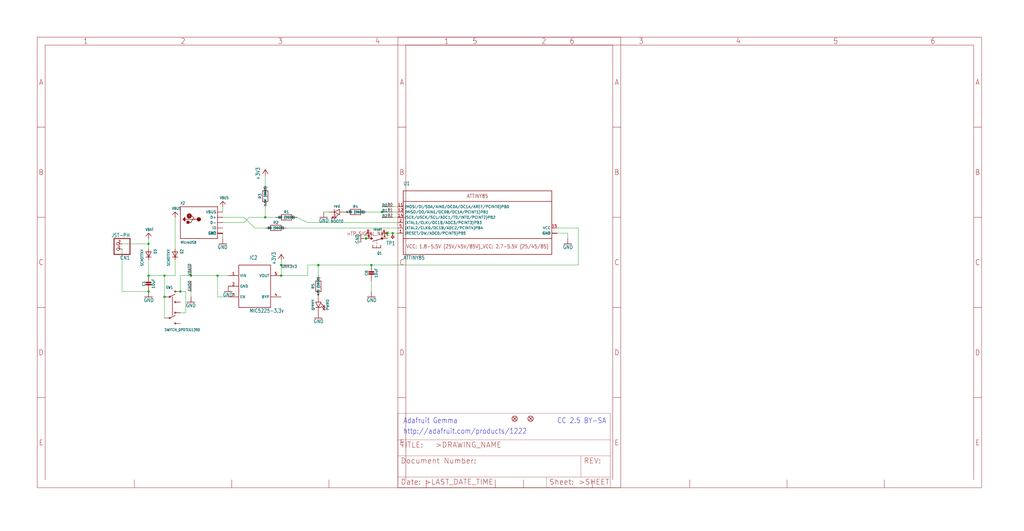
<source format=kicad_sch>
(kicad_sch (version 20211123) (generator eeschema)
  (paper "User" 490.22 254.406)
  (lib_symbols
    (symbol "eagleSchem-eagle-import:+3V3" (power)
      (property "Value" "+3V3" (at -2.54 -5.08 90))
      (symbol "+3V3_1_0"
        (polyline (pts (xy 0 0) (xy -1.27 -1.905)) (stroke (width 0.254)))
        (polyline (pts (xy 1.27 -1.905) (xy 0 0)) (stroke (width 0.254)))
        (pin power_in line (at 0 -2.54 90) (length 2.54) (name "+3V3") (number "1"))
      )
    )
    (symbol "eagleSchem-eagle-import:ATTINY85"
      (property "Reference" "U" (at -35.56 17.78 0))
      (property "Value" "ATTINY85" (at -35.56 -17.78 0))
      (symbol "ATTINY85_1_0"
        (polyline (pts (xy -35.56 -15.24) (xy 35.56 -15.24)) (stroke (width 0.254)))
        (polyline (pts (xy -35.56 -7.62) (xy -35.56 -15.24)) (stroke (width 0.254)))
        (polyline (pts (xy -35.56 -7.62) (xy -35.56 10.16)) (stroke (width 0.254)))
        (polyline (pts (xy -35.56 10.16) (xy -35.56 15.24)) (stroke (width 0.254)))
        (polyline (pts (xy -35.56 10.16) (xy 35.56 10.16)) (stroke (width 0.254)))
        (polyline (pts (xy -35.56 15.24) (xy 35.56 15.24)) (stroke (width 0.254)))
        (polyline (pts (xy 35.56 -15.24) (xy 35.56 -7.62)) (stroke (width 0.254)))
        (polyline (pts (xy 35.56 -7.62) (xy -35.56 -7.62)) (stroke (width 0.254)))
        (polyline (pts (xy 35.56 10.16) (xy 35.56 -7.62)) (stroke (width 0.254)))
        (polyline (pts (xy 35.56 15.24) (xy 35.56 10.16)) (stroke (width 0.254)))
        (text "ATTINY85" (at 0 12.7 0) (effects (font (size 1.778 1.5113))))
        (text "VCC: 1.8-5.5V (25V/45V/85V)_VCC: 2.7-5.5V (25/45/85)" (at 0 -11.43 0) (effects (font (size 1.778 1.5113))))
        (pin bidirectional line (at -38.1 -5.08 0) (length 2.54) (name "(RESET/DW/ADC0/PCINT5)PB5") (number "1"))
        (pin bidirectional line (at -38.1 7.62 0) (length 2.54) (name "(MOSI/DI/SDA/AIN0/OC0A/OC1A/AREF/PCINT0)PB0") (number "11"))
        (pin bidirectional line (at -38.1 5.08 0) (length 2.54) (name "(MISO/DO/AIN1/OC0B/OC1A/PCINT1)PB1") (number "12"))
        (pin bidirectional line (at -38.1 2.54 0) (length 2.54) (name "(SCK/USCK/SCL/ADC1/T0/INT0/PCINT2)PB2") (number "14"))
        (pin power_in line (at 38.1 -2.54 180) (length 2.54) (name "VCC") (number "15"))
        (pin bidirectional line (at -38.1 0 0) (length 2.54) (name "(XTAL1/CLKI/OC1B/ADC3/PCINT3)PB3") (number "2"))
        (pin bidirectional line (at -38.1 -2.54 0) (length 2.54) (name "(XTAL2/CLK0/OC1B/ADC2/PCINT4)PB4") (number "5"))
        (pin power_in line (at 38.1 -5.08 180) (length 2.54) (name "GND") (number "8"))
        (pin power_in line (at 38.1 -5.08 180) (length 2.54) (name "GND") (number "THERMAL"))
      )
    )
    (symbol "eagleSchem-eagle-import:CAP_CERAMIC0805-NOOUTLINE"
      (property "Reference" "C" (at -2.29 1.25 90))
      (property "Value" "CAP_CERAMIC0805-NOOUTLINE" (at 2.3 1.25 90))
      (symbol "CAP_CERAMIC0805-NOOUTLINE_1_0"
        (rectangle (start -1.27 0.508) (end 1.27 1.016) (fill (type outline)))
        (rectangle (start -1.27 1.524) (end 1.27 2.032) (fill (type outline)))
        (polyline (pts (xy 0 0.762) (xy 0 0)) (stroke (width 0.1524)))
        (polyline (pts (xy 0 2.54) (xy 0 1.778)) (stroke (width 0.1524)))
        (pin passive line (at 0 5.08 270) (length 2.54) (name "1") (number "1"))
        (pin passive line (at 0 -2.54 90) (length 2.54) (name "2") (number "2"))
      )
    )
    (symbol "eagleSchem-eagle-import:CON_JST_PH_2PIN"
      (property "Reference" "X" (at -6.35 5.715 0))
      (property "Value" "CON_JST_PH_2PIN" (at -6.35 -5.08 0))
      (symbol "CON_JST_PH_2PIN_1_0"
        (polyline (pts (xy -6.35 -2.54) (xy 1.27 -2.54)) (stroke (width 0.4064)))
        (polyline (pts (xy -6.35 5.08) (xy -6.35 -2.54)) (stroke (width 0.4064)))
        (polyline (pts (xy 1.27 -2.54) (xy 1.27 5.08)) (stroke (width 0.4064)))
        (polyline (pts (xy 1.27 5.08) (xy -6.35 5.08)) (stroke (width 0.4064)))
        (pin passive inverted (at -2.54 2.54 0) (length 2.54) (name "1") (number "1"))
        (pin passive inverted (at -2.54 0 0) (length 2.54) (name "2") (number "2"))
      )
    )
    (symbol "eagleSchem-eagle-import:DIODE_SOD-123FL"
      (property "Reference" "D" (at -2.54 2.54 0))
      (property "Value" "DIODE_SOD-123FL" (at -2.54 -3.81 0))
      (symbol "DIODE_SOD-123FL_1_0"
        (polyline (pts (xy -1.27 -1.27) (xy 1.27 0)) (stroke (width 0.254)))
        (polyline (pts (xy -1.27 1.27) (xy -1.27 -1.27)) (stroke (width 0.254)))
        (polyline (pts (xy 1.27 0) (xy -1.27 1.27)) (stroke (width 0.254)))
        (polyline (pts (xy 1.27 0) (xy 1.27 -1.27)) (stroke (width 0.254)))
        (polyline (pts (xy 1.27 1.27) (xy 1.27 0)) (stroke (width 0.254)))
        (pin passive line (at -2.54 0 0) (length 2.54) (name "A") (number "A"))
        (pin passive line (at 2.54 0 180) (length 2.54) (name "C") (number "C"))
      )
    )
    (symbol "eagleSchem-eagle-import:FIDUCIAL{dblquote}{dblquote}"
      (symbol "FIDUCIAL{dblquote}{dblquote}_1_0"
        (polyline (pts (xy -0.762 0.762) (xy 0.762 -0.762)) (stroke (width 0.254)))
        (polyline (pts (xy 0.762 0.762) (xy -0.762 -0.762)) (stroke (width 0.254)))
        (circle (center 0 0) (radius 1.27) (stroke (width 0.254)))
      )
    )
    (symbol "eagleSchem-eagle-import:FRAME_A_L"
      (symbol "FRAME_A_L_0_0"
        (polyline (pts (xy 0 43.18) (xy 3.81 43.18)))
        (polyline (pts (xy 0 86.36) (xy 3.81 86.36)))
        (polyline (pts (xy 0 129.54) (xy 3.81 129.54)))
        (polyline (pts (xy 0 172.72) (xy 3.81 172.72)))
        (polyline (pts (xy 3.81 3.81) (xy 3.81 212.09)))
        (polyline (pts (xy 46.5667 0) (xy 46.5667 3.81)))
        (polyline (pts (xy 93.1333 0) (xy 93.1333 3.81)))
        (polyline (pts (xy 139.7 0) (xy 139.7 3.81)))
        (polyline (pts (xy 186.2667 0) (xy 186.2667 3.81)))
        (polyline (pts (xy 232.8333 0) (xy 232.8333 3.81)))
        (polyline (pts (xy 275.59 3.81) (xy 275.59 212.09)))
        (polyline (pts (xy 275.59 43.18) (xy 279.4 43.18)))
        (polyline (pts (xy 275.59 86.36) (xy 279.4 86.36)))
        (polyline (pts (xy 275.59 129.54) (xy 279.4 129.54)))
        (polyline (pts (xy 275.59 172.72) (xy 279.4 172.72)))
        (polyline (pts (xy 275.59 212.09) (xy 3.81 212.09)))
        (polyline (pts (xy 0 0) (xy 279.4 0) (xy 279.4 215.9) (xy 0 215.9) (xy 0 0)))
        (text "1" (at 23.2833 213.995 0) (effects (font (size 2.54 2.286))))
        (text "2" (at 69.85 213.995 0) (effects (font (size 2.54 2.286))))
        (text "3" (at 116.4167 213.995 0) (effects (font (size 2.54 2.286))))
        (text "4" (at 162.9833 213.995 0) (effects (font (size 2.54 2.286))))
        (text "5" (at 209.55 213.995 0) (effects (font (size 2.54 2.286))))
        (text "6" (at 256.1167 213.995 0) (effects (font (size 2.54 2.286))))
        (text "A" (at 1.905 194.31 0) (effects (font (size 2.54 2.286))))
        (text "A" (at 277.495 194.31 0) (effects (font (size 2.54 2.286))))
        (text "B" (at 1.905 151.13 0) (effects (font (size 2.54 2.286))))
        (text "B" (at 277.495 151.13 0) (effects (font (size 2.54 2.286))))
        (text "C" (at 1.905 107.95 0) (effects (font (size 2.54 2.286))))
        (text "C" (at 277.495 107.95 0) (effects (font (size 2.54 2.286))))
        (text "D" (at 1.905 64.77 0) (effects (font (size 2.54 2.286))))
        (text "D" (at 277.495 64.77 0) (effects (font (size 2.54 2.286))))
        (text "E" (at 1.905 21.59 0) (effects (font (size 2.54 2.286))))
        (text "E" (at 277.495 21.59 0) (effects (font (size 2.54 2.286))))
      )
      (symbol "FRAME_A_L_2_0"
        (polyline (pts (xy 0 0) (xy 0 5.08)) (stroke (width 0.1016)))
        (polyline (pts (xy 0 0) (xy 71.12 0)) (stroke (width 0.1016)))
        (polyline (pts (xy 0 5.08) (xy 0 15.24)) (stroke (width 0.1016)))
        (polyline (pts (xy 0 5.08) (xy 71.12 5.08)) (stroke (width 0.1016)))
        (polyline (pts (xy 0 15.24) (xy 0 22.86)) (stroke (width 0.1016)))
        (polyline (pts (xy 0 22.86) (xy 0 35.56)) (stroke (width 0.1016)))
        (polyline (pts (xy 0 22.86) (xy 101.6 22.86)) (stroke (width 0.1016)))
        (polyline (pts (xy 71.12 0) (xy 101.6 0)) (stroke (width 0.1016)))
        (polyline (pts (xy 71.12 5.08) (xy 71.12 0)) (stroke (width 0.1016)))
        (polyline (pts (xy 71.12 5.08) (xy 87.63 5.08)) (stroke (width 0.1016)))
        (polyline (pts (xy 87.63 5.08) (xy 101.6 5.08)) (stroke (width 0.1016)))
        (polyline (pts (xy 87.63 15.24) (xy 0 15.24)) (stroke (width 0.1016)))
        (polyline (pts (xy 87.63 15.24) (xy 87.63 5.08)) (stroke (width 0.1016)))
        (polyline (pts (xy 101.6 5.08) (xy 101.6 0)) (stroke (width 0.1016)))
        (polyline (pts (xy 101.6 15.24) (xy 87.63 15.24)) (stroke (width 0.1016)))
        (polyline (pts (xy 101.6 15.24) (xy 101.6 5.08)) (stroke (width 0.1016)))
        (polyline (pts (xy 101.6 22.86) (xy 101.6 15.24)) (stroke (width 0.1016)))
        (polyline (pts (xy 101.6 35.56) (xy 0 35.56)) (stroke (width 0.1016)))
        (polyline (pts (xy 101.6 35.56) (xy 101.6 22.86)) (stroke (width 0.1016)))
        (text ">DRAWING_NAME" (at 17.78 19.05 0) (effects (font (size 2.54 2.54)) (justify left bottom)))
        (text ">LAST_DATE_TIME" (at 12.7 1.27 0) (effects (font (size 2.54 2.54)) (justify left bottom)))
        (text ">SHEET" (at 86.36 1.27 0) (effects (font (size 2.54 2.54)) (justify left bottom)))
        (text "Date:" (at 1.27 1.27 0) (effects (font (size 2.54 2.54)) (justify left bottom)))
        (text "Document Number:" (at 1.27 11.43 0) (effects (font (size 2.54 2.54)) (justify left bottom)))
        (text "REV:" (at 88.9 11.43 0) (effects (font (size 2.54 2.54)) (justify left bottom)))
        (text "Sheet:" (at 72.39 1.27 0) (effects (font (size 2.54 2.54)) (justify left bottom)))
        (text "TITLE:" (at 1.27 19.05 0) (effects (font (size 2.54 2.54)) (justify left bottom)))
      )
    )
    (symbol "eagleSchem-eagle-import:GND" (power)
      (property "Value" "GND" (at -2.54 -2.54 0))
      (symbol "GND_1_0"
        (polyline (pts (xy -1.905 0) (xy 1.905 0)) (stroke (width 0.254)))
        (pin power_in line (at 0 2.54 270) (length 2.54) (name "GND") (number "1"))
      )
    )
    (symbol "eagleSchem-eagle-import:LED0805_NOOUTLINE"
      (property "Reference" "D" (at -1.27 4.445 0))
      (property "Value" "LED0805_NOOUTLINE" (at -1.27 -2.794 0))
      (symbol "LED0805_NOOUTLINE_1_0"
        (polyline (pts (xy -2.54 -1.27) (xy 0 0)) (stroke (width 0.254)))
        (polyline (pts (xy -2.54 1.27) (xy -2.54 -1.27)) (stroke (width 0.254)))
        (polyline (pts (xy -1.905 1.27) (xy -0.635 2.54)) (stroke (width 0.254)))
        (polyline (pts (xy -0.9525 2.8575) (xy -0.3175 2.2225)) (stroke (width 0.254)))
        (polyline (pts (xy -0.635 1.27) (xy 0.635 2.54)) (stroke (width 0.254)))
        (polyline (pts (xy -0.3175 2.2225) (xy 0 3.175)) (stroke (width 0.254)))
        (polyline (pts (xy 0 0) (xy -2.54 1.27)) (stroke (width 0.254)))
        (polyline (pts (xy 0 0) (xy 0 -1.27)) (stroke (width 0.254)))
        (polyline (pts (xy 0 1.27) (xy 0 0)) (stroke (width 0.254)))
        (polyline (pts (xy 0 3.175) (xy -0.9525 2.8575)) (stroke (width 0.254)))
        (polyline (pts (xy 0.3175 2.8575) (xy 0.9525 2.2225)) (stroke (width 0.254)))
        (polyline (pts (xy 0.9525 2.2225) (xy 1.27 3.175)) (stroke (width 0.254)))
        (polyline (pts (xy 1.27 3.175) (xy 0.3175 2.8575)) (stroke (width 0.254)))
        (pin passive line (at -5.08 0 0) (length 2.54) (name "A") (number "A"))
        (pin passive line (at 2.54 0 180) (length 2.54) (name "C") (number "C"))
      )
    )
    (symbol "eagleSchem-eagle-import:LP298XS"
      (property "Reference" "IC" (at -12.7 -5.08 90))
      (property "Value" "LP298XS" (at 12.7 -5.08 90))
      (symbol "LP298XS_1_0"
        (polyline (pts (xy -10.16 -10.16) (xy 10.16 -10.16)) (stroke (width 0.254)))
        (polyline (pts (xy -10.16 5.08) (xy -10.16 -10.16)) (stroke (width 0.254)))
        (polyline (pts (xy 10.16 -10.16) (xy 10.16 5.08)) (stroke (width 0.254)))
        (polyline (pts (xy 10.16 5.08) (xy -10.16 5.08)) (stroke (width 0.254)))
        (pin bidirectional line (at -5.08 -15.24 90) (length 5.08) (name "VIN") (number "1"))
        (pin bidirectional line (at 0 -15.24 90) (length 5.08) (name "GND") (number "2"))
        (pin bidirectional line (at 5.08 -15.24 90) (length 5.08) (name "EN") (number "3"))
        (pin bidirectional line (at 5.08 10.16 270) (length 5.08) (name "BYP") (number "4"))
        (pin bidirectional line (at -5.08 10.16 270) (length 5.08) (name "VOUT") (number "5"))
      )
    )
    (symbol "eagleSchem-eagle-import:RESISTOR_0603_NOOUT"
      (property "Reference" "R" (at 0 2.54 0))
      (property "Value" "RESISTOR_0603_NOOUT" (at 0 0 0))
      (symbol "RESISTOR_0603_NOOUT_1_0"
        (polyline (pts (xy -2.54 -1.27) (xy -2.54 1.27)) (stroke (width 0.254)))
        (polyline (pts (xy -2.54 1.27) (xy 2.54 1.27)) (stroke (width 0.254)))
        (polyline (pts (xy 2.54 -1.27) (xy -2.54 -1.27)) (stroke (width 0.254)))
        (polyline (pts (xy 2.54 1.27) (xy 2.54 -1.27)) (stroke (width 0.254)))
        (pin passive line (at -5.08 0 0) (length 2.54) (name "1") (number "1"))
        (pin passive line (at 5.08 0 180) (length 2.54) (name "2") (number "2"))
      )
    )
    (symbol "eagleSchem-eagle-import:SEWTAP-2.0IN"
      (property "Reference" "TP" (at 0 0 0))
      (symbol "SEWTAP-2.0IN_1_0"
        (pin bidirectional line (at 0 0 0) (length 5.08) (name "SEW") (number "P$1"))
      )
    )
    (symbol "eagleSchem-eagle-import:SWITCH_DPDTEG1390"
      (property "Reference" "SW" (at -4.445 8.89 0))
      (property "Value" "SWITCH_DPDTEG1390" (at -5.08 -11.43 0))
      (symbol "SWITCH_DPDTEG1390_1_0"
        (circle (center -2.54 -5.08) (radius 0.3592) (stroke (width 0.2032)))
        (circle (center -2.54 5.08) (radius 0.3592) (stroke (width 0.2032)))
        (circle (center 0 -7.62) (radius 0.3592) (stroke (width 0.2032)))
        (circle (center 0 -2.54) (radius 0.3592) (stroke (width 0.2032)))
        (polyline (pts (xy -2.54 -5.08) (xy 0 -3.81)) (stroke (width 0.254)))
        (polyline (pts (xy -2.54 5.08) (xy 0 6.35)) (stroke (width 0.254)))
        (polyline (pts (xy -1.27 5.08) (xy -1.27 -3.81)) (stroke (width 0.254)))
        (polyline (pts (xy 0 -7.62) (xy 0.635 -7.62)) (stroke (width 0.127)))
        (polyline (pts (xy 0 -2.54) (xy 0.635 -2.54)) (stroke (width 0.1524)))
        (polyline (pts (xy 0 2.54) (xy 0.635 2.54)) (stroke (width 0.127)))
        (polyline (pts (xy 0 7.62) (xy 0.635 7.62)) (stroke (width 0.1524)))
        (circle (center 0 2.54) (radius 0.3592) (stroke (width 0.2032)))
        (circle (center 0 7.62) (radius 0.3592) (stroke (width 0.2032)))
        (pin passive line (at 2.54 7.62 180) (length 2.54) (name "O1") (number "O1"))
        (pin passive line (at 2.54 -2.54 180) (length 2.54) (name "O2") (number "O2"))
        (pin passive line (at -5.08 5.08 0) (length 2.54) (name "P1") (number "P1"))
        (pin passive line (at -5.08 -5.08 0) (length 2.54) (name "P2") (number "P2"))
        (pin passive line (at 2.54 2.54 180) (length 2.54) (name "S1") (number "S1"))
        (pin passive line (at 2.54 -7.62 180) (length 2.54) (name "S2") (number "S2"))
      )
    )
    (symbol "eagleSchem-eagle-import:SWITCH_TACT_SMT4.6X2.8"
      (property "Reference" "SW" (at -2.54 6.35 0))
      (property "Value" "SWITCH_TACT_SMT4.6X2.8" (at -2.54 -5.08 0))
      (symbol "SWITCH_TACT_SMT4.6X2.8_1_0"
        (circle (center -2.54 0) (radius 0.127) (stroke (width 0.4064)))
        (polyline (pts (xy -2.54 -2.54) (xy -2.54 0)) (stroke (width 0.1524)))
        (polyline (pts (xy -2.54 0) (xy 1.905 1.27)) (stroke (width 0.254)))
        (polyline (pts (xy -1.905 4.445) (xy -1.905 3.175)) (stroke (width 0.254)))
        (polyline (pts (xy 0 1.27) (xy 0 0.635)) (stroke (width 0.1524)))
        (polyline (pts (xy 0 2.54) (xy 0 1.905)) (stroke (width 0.1524)))
        (polyline (pts (xy 0 4.445) (xy -1.905 4.445)) (stroke (width 0.254)))
        (polyline (pts (xy 0 4.445) (xy 0 3.175)) (stroke (width 0.1524)))
        (polyline (pts (xy 1.905 0) (xy 2.54 0)) (stroke (width 0.254)))
        (polyline (pts (xy 1.905 4.445) (xy 0 4.445)) (stroke (width 0.254)))
        (polyline (pts (xy 1.905 4.445) (xy 1.905 3.175)) (stroke (width 0.254)))
        (polyline (pts (xy 2.54 -2.54) (xy 2.54 0)) (stroke (width 0.1524)))
        (circle (center 2.54 0) (radius 0.127) (stroke (width 0.4064)))
        (pin passive line (at -5.08 0 0) (length 2.54) (name "P") (number "A"))
        (pin passive line (at -5.08 -2.54 0) (length 2.54) (name "P1") (number "A'"))
        (pin passive line (at 5.08 0 180) (length 2.54) (name "S") (number "B"))
        (pin passive line (at 5.08 -2.54 180) (length 2.54) (name "S1") (number "B'"))
      )
    )
    (symbol "eagleSchem-eagle-import:TPB2,54"
      (property "Reference" "TP" (at -1.27 1.27 0))
      (symbol "TPB2,54_1_0"
        (polyline (pts (xy -0.762 -0.762) (xy 0 0)) (stroke (width 0.254)))
        (polyline (pts (xy 0 -1.524) (xy -0.762 -0.762)) (stroke (width 0.254)))
        (polyline (pts (xy 0 0) (xy 0.762 -0.762)) (stroke (width 0.254)))
        (polyline (pts (xy 0.762 -0.762) (xy 0 -1.524)) (stroke (width 0.254)))
        (text ">TP_SIGNAL_NAME" (at 1.27 -1.27 0) (effects (font (size 1.778 1.5113)) (justify left bottom)))
        (pin input line (at 0 -2.54 90) (length 2.54) (name "TP") (number "TP"))
      )
    )
    (symbol "eagleSchem-eagle-import:USBMICRO_20329"
      (property "Reference" "X" (at -10.16 8.636 0))
      (property "Value" "USBMICRO_20329" (at -10.16 -10.16 0))
      (symbol "USBMICRO_20329_1_0"
        (rectangle (start -7.12 -0.45) (end -5.92 0.75) (fill (type outline)))
        (circle (center -5.92 3.2) (radius 0.2) (stroke (width 1)))
        (circle (center -1.32 1.6) (radius 0.5) (stroke (width 1)))
        (polyline (pts (xy -10.2 7.62) (xy -10.16 7.62)) (stroke (width 0.254)))
        (polyline (pts (xy -10.16 -7.62) (xy 7.62 -7.62)) (stroke (width 0.254)))
        (polyline (pts (xy -10.16 7.62) (xy -10.16 -7.62)) (stroke (width 0.254)))
        (polyline (pts (xy -10.16 7.62) (xy 7.62 7.62)) (stroke (width 0.254)))
        (polyline (pts (xy -8.92 1.6) (xy -8.12 2.4)) (stroke (width 0.254)))
        (polyline (pts (xy -8.52 1.4) (xy -8.32 1.2)) (stroke (width 0.254)))
        (polyline (pts (xy -8.52 1.6) (xy -8.52 1.4)) (stroke (width 0.254)))
        (polyline (pts (xy -8.32 1.2) (xy -8.32 2)) (stroke (width 0.254)))
        (polyline (pts (xy -8.32 2) (xy -8.72 1.6)) (stroke (width 0.254)))
        (polyline (pts (xy -8.12 0.8) (xy -8.92 1.6)) (stroke (width 0.254)))
        (polyline (pts (xy -8.12 1) (xy -8.12 2.4)) (stroke (width 0.254)))
        (polyline (pts (xy -8.12 2.4) (xy -7.92 2.4)) (stroke (width 0.254)))
        (polyline (pts (xy -7.92 0.8) (xy -8.12 0.8)) (stroke (width 0.254)))
        (polyline (pts (xy -7.92 1.6) (xy -7.92 0.8)) (stroke (width 0.254)))
        (polyline (pts (xy -7.92 2.4) (xy -7.92 1.6)) (stroke (width 0.254)))
        (polyline (pts (xy -6.27 0.15) (xy -5.07 0.15)) (stroke (width 0.254)))
        (polyline (pts (xy -5.52 3.2) (xy -4.52 3.2)) (stroke (width 0.254)))
        (polyline (pts (xy -5.07 0.15) (xy -4.22 1.6)) (stroke (width 0.254)))
        (polyline (pts (xy -4.52 3.2) (xy -3.47 1.6)) (stroke (width 0.254)))
        (polyline (pts (xy -4.22 1.6) (xy -7.92 1.6)) (stroke (width 0.254)))
        (polyline (pts (xy -3.47 1.6) (xy -4.22 1.6)) (stroke (width 0.254)))
        (polyline (pts (xy -1.32 1.6) (xy -3.47 1.6)) (stroke (width 0.254)))
        (polyline (pts (xy 7.62 7.62) (xy 7.62 -7.62)) (stroke (width 0.254)))
        (pin power_in line (at 10.16 -5.08 180) (length 2.54) (name "GND") (number "BASE@1"))
        (pin power_in line (at 10.16 -5.08 180) (length 2.54) (name "GND") (number "BASE@2"))
        (pin bidirectional line (at 10.16 2.54 180) (length 2.54) (name "D+") (number "D+"))
        (pin bidirectional line (at 10.16 0 180) (length 2.54) (name "D-") (number "D-"))
        (pin power_in line (at 10.16 -5.08 180) (length 2.54) (name "GND") (number "GND"))
        (pin bidirectional line (at 10.16 -2.54 180) (length 2.54) (name "ID") (number "ID"))
        (pin power_in line (at 10.16 -5.08 180) (length 2.54) (name "GND") (number "SPRT@1"))
        (pin power_in line (at 10.16 -5.08 180) (length 2.54) (name "GND") (number "SPRT@2"))
        (pin power_in line (at 10.16 -5.08 180) (length 2.54) (name "GND") (number "SPRT@3"))
        (pin power_in line (at 10.16 -5.08 180) (length 2.54) (name "GND") (number "SPRT@4"))
        (pin power_in line (at 10.16 5.08 180) (length 2.54) (name "VBUS") (number "VBUS"))
      )
    )
    (symbol "eagleSchem-eagle-import:VBAT" (power)
      (property "Value" "VBAT" (at -1.524 1.016 0))
      (symbol "VBAT_1_0"
        (polyline (pts (xy -1.27 -1.27) (xy 0 0)) (stroke (width 0.254)))
        (polyline (pts (xy 0 0) (xy 1.27 -1.27)) (stroke (width 0.254)))
        (pin power_in line (at 0 -2.54 90) (length 2.54) (name "VBAT") (number "1"))
      )
    )
    (symbol "eagleSchem-eagle-import:VBUS" (power)
      (property "Value" "VBUS" (at -1.524 1.016 0))
      (symbol "VBUS_1_0"
        (polyline (pts (xy -1.27 -1.27) (xy 0 0)) (stroke (width 0.254)))
        (polyline (pts (xy 0 0) (xy 1.27 -1.27)) (stroke (width 0.254)))
        (pin power_in line (at 0 -2.54 90) (length 2.54) (name "VBUS") (number "1"))
      )
    )
  )
  (junction (at 175.26 114.3))
  (junction (at 104.14 132.08))
  (junction (at 182.88 101.6))
  (junction (at 152.4 127))
  (junction (at 127 104.14))
  (junction (at 78.74 142.24))
  (junction (at 134.62 127))
  (junction (at 71.12 116.84))
  (junction (at 177.8 127))
  (junction (at 91.44 132.08))
  (junction (at 86.36 139.7))
  (junction (at 78.74 132.08))
  (junction (at 71.12 139.7))
  (junction (at 134.62 132.08))
  (junction (at 185.42 111.76))
  (junction (at 187.96 111.76))
  (junction (at 71.12 132.08))
  (wire (pts (xy 106.68 111.76) (xy 106.68 114.3)))
  (wire (pts (xy 185.42 111.76) (xy 185.42 114.3)))
  (wire (pts (xy 83.82 119.38) (xy 83.82 104.14)))
  (wire (pts (xy 86.36 149.86) (xy 88.9 149.86)))
  (wire (pts (xy 58.42 139.7) (xy 71.12 139.7)))
  (wire (pts (xy 71.12 132.08) (xy 71.12 124.46)))
  (wire (pts (xy 104.14 142.24) (xy 104.14 132.08)))
  (wire (pts (xy 106.68 104.14) (xy 116.84 104.14)))
  (wire (pts (xy 177.8 127) (xy 276.86 127)))
  (wire (pts (xy 127 88.9) (xy 127 83.82)))
  (wire (pts (xy 185.42 111.76) (xy 187.96 111.76)))
  (wire (pts (xy 78.74 132.08) (xy 78.74 142.24)))
  (wire (pts (xy 83.82 132.08) (xy 78.74 132.08)))
  (wire (pts (xy 271.78 111.76) (xy 271.78 114.3)))
  (wire (pts (xy 71.12 116.84) (xy 71.12 119.38)))
  (wire (pts (xy 86.36 139.7) (xy 86.36 132.08)))
  (wire (pts (xy 177.8 139.7) (xy 177.8 134.62)))
  (wire (pts (xy 71.12 114.3) (xy 71.12 116.84)))
  (wire (pts (xy 127 99.06) (xy 127 104.14)))
  (wire (pts (xy 127 104.14) (xy 132.08 104.14)))
  (wire (pts (xy 134.62 124.46) (xy 134.62 127)))
  (wire (pts (xy 182.88 99.06) (xy 190.5 99.06)))
  (wire (pts (xy 266.7 111.76) (xy 271.78 111.76)))
  (wire (pts (xy 78.74 142.24) (xy 78.74 152.4)))
  (wire (pts (xy 86.36 132.08) (xy 91.44 132.08)))
  (wire (pts (xy 116.84 106.68) (xy 119.38 104.14)))
  (wire (pts (xy 190.5 106.68) (xy 147.32 106.68)))
  (wire (pts (xy 58.42 119.38) (xy 58.42 139.7)))
  (wire (pts (xy 142.24 104.14) (xy 147.32 106.68)))
  (wire (pts (xy 106.68 101.6) (xy 106.68 99.06)))
  (wire (pts (xy 88.9 139.7) (xy 86.36 139.7)))
  (wire (pts (xy 137.16 109.22) (xy 190.5 109.22)))
  (wire (pts (xy 134.62 132.08) (xy 147.32 132.08)))
  (wire (pts (xy 121.92 109.22) (xy 127 109.22)))
  (wire (pts (xy 58.42 116.84) (xy 71.12 116.84)))
  (wire (pts (xy 147.32 127) (xy 152.4 127)))
  (wire (pts (xy 147.32 132.08) (xy 147.32 127)))
  (wire (pts (xy 182.88 104.14) (xy 190.5 104.14)))
  (wire (pts (xy 91.44 142.24) (xy 91.44 139.7)))
  (wire (pts (xy 276.86 109.22) (xy 266.7 109.22)))
  (wire (pts (xy 119.38 104.14) (xy 127 104.14)))
  (wire (pts (xy 109.22 142.24) (xy 104.14 142.24)))
  (wire (pts (xy 154.94 101.6) (xy 157.48 101.6)))
  (wire (pts (xy 187.96 111.76) (xy 190.5 111.76)))
  (wire (pts (xy 88.9 149.86) (xy 88.9 139.7)))
  (wire (pts (xy 78.74 132.08) (xy 71.12 132.08)))
  (wire (pts (xy 83.82 124.46) (xy 83.82 132.08)))
  (wire (pts (xy 152.4 127) (xy 152.4 132.08)))
  (wire (pts (xy 276.86 127) (xy 276.86 109.22)))
  (wire (pts (xy 104.14 132.08) (xy 109.22 132.08)))
  (wire (pts (xy 116.84 104.14) (xy 121.92 109.22)))
  (wire (pts (xy 91.44 132.08) (xy 104.14 132.08)))
  (wire (pts (xy 152.4 127) (xy 177.8 127)))
  (wire (pts (xy 134.62 127) (xy 134.62 132.08)))
  (wire (pts (xy 175.26 111.76) (xy 175.26 114.3)))
  (wire (pts (xy 175.26 101.6) (xy 182.88 101.6)))
  (wire (pts (xy 106.68 106.68) (xy 116.84 106.68)))
  (wire (pts (xy 182.88 101.6) (xy 190.5 101.6)))
  (text "Adafruit Gemma" (at 193.04 203.2 180) (effects (font (size 2.54 2.159)) (justify left bottom)))
  (text "CC 2.5 BY-SA" (at 266.7 203.2 180) (effects (font (size 2.54 2.159)) (justify left bottom)))
  (text "http://adafruit.com/products/1222" (at 193.04 208.28 180) (effects (font (size 2.54 2.159)) (justify left bottom)))
  (label "B1" (at 185.42 101.6 0) (effects (font (size 1.2446 1.2446))))
  (label "B0" (at 185.42 99.06 0) (effects (font (size 1.2446 1.2446))))
  (label "B2" (at 185.42 104.14 0) (effects (font (size 1.2446 1.2446))))
  (symbol (lib_id "eagleSchem-eagle-import:GND") (at 109.22 139.7 0) (unit 1)
    (property "Reference" "#GND11" (effects hide))
    (property "Value" "GND" (at 106.68 142.24 0) (effects (font (size 1.778 1.5113)) (justify left bottom)))
    (property "Footprint" "eagleSchem:" (effects hide))
  )
  (symbol (lib_id "eagleSchem-eagle-import:SEWTAP-2.0IN") (at 91.44 139.7 90) (unit 1)
    (property "Reference" "GND0" (at 91.44 139.7 0) (effects (justify left bottom)))
    (property "Value" "SEWTAP-2.0IN" (effects hide))
    (property "Footprint" "eagleSchem:SEWINGTAP_2.0" (effects hide))
  )
  (symbol (lib_id "eagleSchem-eagle-import:FIDUCIAL{dblquote}{dblquote}") (at 246.38 200.66 0) (unit 1)
    (property "Reference" "U$6" (effects hide))
    (property "Value" "FIDUCIAL{dblquote}{dblquote}" (effects hide))
    (property "Footprint" "eagleSchem:FIDUCIAL_1MM" (effects hide))
  )
  (symbol (lib_id "eagleSchem-eagle-import:RESISTOR_0603_NOOUT") (at 127 93.98 90) (unit 1)
    (property "Reference" "R3" (at 124.46 93.98 0))
    (property "Value" "1.5K (0603)" (at 127 93.98 0) (effects (font (size 1.016 1.016) bold)))
    (property "Footprint" "eagleSchem:0603-NO" (effects hide))
  )
  (symbol (lib_id "eagleSchem-eagle-import:SWITCH_DPDTEG1390") (at 83.82 147.32 0) (unit 1)
    (property "Reference" "SW1" (at 79.375 138.43 0) (effects (font (size 1.27 1.0795)) (justify left bottom)))
    (property "Value" "SWITCH_DPDTEG1390" (at 78.74 158.75 0) (effects (font (size 1.27 1.0795)) (justify left bottom)))
    (property "Footprint" "eagleSchem:EG1390" (effects hide))
  )
  (symbol (lib_id "eagleSchem-eagle-import:GND") (at 152.4 152.4 0) (mirror y) (unit 1)
    (property "Reference" "#GND4" (effects hide))
    (property "Value" "GND" (at 154.94 154.94 0) (effects (font (size 1.778 1.5113)) (justify left bottom)))
    (property "Footprint" "eagleSchem:" (effects hide))
  )
  (symbol (lib_id "eagleSchem-eagle-import:SEWTAP-2.0IN") (at 182.88 104.14 0) (unit 1)
    (property "Reference" "B2" (at 182.88 104.14 0) (effects (justify left bottom)))
    (property "Value" "SEWTAP-2.0IN" (effects hide))
    (property "Footprint" "eagleSchem:SEWINGTAP_2.0" (effects hide))
  )
  (symbol (lib_id "eagleSchem-eagle-import:GND") (at 271.78 116.84 0) (mirror y) (unit 1)
    (property "Reference" "#GND22" (effects hide))
    (property "Value" "GND" (at 274.32 119.38 0) (effects (font (size 1.778 1.5113)) (justify left bottom)))
    (property "Footprint" "eagleSchem:" (effects hide))
  )
  (symbol (lib_id "eagleSchem-eagle-import:CAP_CERAMIC0805-NOOUTLINE") (at 71.12 137.16 0) (unit 1)
    (property "Reference" "C1" (at 68.83 135.91 90))
    (property "Value" "10uF" (at 73.42 135.91 90))
    (property "Footprint" "eagleSchem:0805-NO" (effects hide))
  )
  (symbol (lib_id "eagleSchem-eagle-import:SEWTAP-2.0IN") (at 134.62 127 0) (mirror x) (unit 1)
    (property "Reference" "UNK3V3" (at 134.62 127 0) (effects (justify left bottom)))
    (property "Value" "SEWTAP-2.0IN" (effects hide))
    (property "Footprint" "eagleSchem:SEWINGTAP_2.0" (effects hide))
  )
  (symbol (lib_id "eagleSchem-eagle-import:GND") (at 177.8 142.24 0) (mirror y) (unit 1)
    (property "Reference" "#GND12" (effects hide))
    (property "Value" "GND" (at 180.34 144.78 0) (effects (font (size 1.778 1.5113)) (justify left bottom)))
    (property "Footprint" "eagleSchem:" (effects hide))
  )
  (symbol (lib_id "eagleSchem-eagle-import:TPB2,54") (at 187.96 114.3 180) (unit 1)
    (property "Reference" "TP1" (at 189.23 115.57 0) (effects (font (size 1.778 1.5113)) (justify left bottom)))
    (property "Value" "TPB2,54" (effects hide))
    (property "Footprint" "eagleSchem:B2,54" (effects hide))
  )
  (symbol (lib_id "eagleSchem-eagle-import:SEWTAP-2.0IN") (at 182.88 99.06 0) (unit 1)
    (property "Reference" "B0" (at 182.88 99.06 0) (effects (justify left bottom)))
    (property "Value" "SEWTAP-2.0IN" (effects hide))
    (property "Footprint" "eagleSchem:SEWINGTAP_2.0" (effects hide))
  )
  (symbol (lib_id "eagleSchem-eagle-import:RESISTOR_0603_NOOUT") (at 152.4 137.16 90) (unit 1)
    (property "Reference" "R5" (at 149.86 137.16 0))
    (property "Value" "470 (0603)" (at 152.4 137.16 0) (effects (font (size 1.016 1.016) bold)))
    (property "Footprint" "eagleSchem:0603-NO" (effects hide))
  )
  (symbol (lib_id "eagleSchem-eagle-import:+3V3") (at 127 81.28 0) (unit 1)
    (property "Reference" "#+3V1" (effects hide))
    (property "Value" "+3V3" (at 124.46 86.36 90) (effects (font (size 1.778 1.5113)) (justify left bottom)))
    (property "Footprint" "eagleSchem:" (effects hide))
  )
  (symbol (lib_id "eagleSchem-eagle-import:+3V3") (at 134.62 121.92 0) (unit 1)
    (property "Reference" "#+3V3" (effects hide))
    (property "Value" "+3V3" (at 132.08 127 90) (effects (font (size 1.778 1.5113)) (justify left bottom)))
    (property "Footprint" "eagleSchem:" (effects hide))
  )
  (symbol (lib_id "eagleSchem-eagle-import:LED0805_NOOUTLINE") (at 152.4 147.32 270) (unit 1)
    (property "Reference" "PWR0" (at 156.845 146.05 0))
    (property "Value" "green" (at 149.606 146.05 0))
    (property "Footprint" "eagleSchem:CHIPLED_0805_NOOUTLINE" (effects hide))
  )
  (symbol (lib_id "eagleSchem-eagle-import:DIODE_SOD-123FL") (at 83.82 121.92 270) (unit 1)
    (property "Reference" "D2" (at 86.36 119.38 0) (effects (font (size 1.27 1.0795)) (justify left bottom)))
    (property "Value" "SCHOTTKY" (at 80.01 119.38 0) (effects (font (size 1.27 1.0795)) (justify left bottom)))
    (property "Footprint" "eagleSchem:SOD-123FL" (effects hide))
  )
  (symbol (lib_id "eagleSchem-eagle-import:LP298XS") (at 124.46 137.16 270) (unit 1)
    (property "Reference" "IC2" (at 119.38 124.46 90) (effects (font (size 1.778 1.5113)) (justify left bottom)))
    (property "Value" "MIC5225-3.3v" (at 119.38 149.86 90) (effects (font (size 1.778 1.5113)) (justify left bottom)))
    (property "Footprint" "eagleSchem:SOT23-5L" (effects hide))
  )
  (symbol (lib_id "eagleSchem-eagle-import:VBUS") (at 83.82 101.6 0) (unit 1)
    (property "Reference" "#U$3" (effects hide))
    (property "Value" "VBUS" (at 82.296 100.584 0) (effects (font (size 1.27 1.0795)) (justify left bottom)))
    (property "Footprint" "eagleSchem:" (effects hide))
  )
  (symbol (lib_id "eagleSchem-eagle-import:LED0805_NOOUTLINE") (at 160.02 101.6 180) (unit 1)
    (property "Reference" "BOOT0" (at 161.29 106.045 0))
    (property "Value" "red" (at 161.29 98.806 0))
    (property "Footprint" "eagleSchem:CHIPLED_0805_NOOUTLINE" (effects hide))
  )
  (symbol (lib_id "eagleSchem-eagle-import:FRAME_A_L") (at 17.78 233.68 0) (unit 1)
    (property "Reference" "#FRAME1" (effects hide))
    (property "Value" "FRAME_A_L" (effects hide))
    (property "Footprint" "eagleSchem:" (effects hide))
  )
  (symbol (lib_id "eagleSchem-eagle-import:SEWTAP-2.0IN") (at 182.88 101.6 0) (unit 1)
    (property "Reference" "B1" (at 182.88 101.6 0) (effects (justify left bottom)))
    (property "Value" "SEWTAP-2.0IN" (effects hide))
    (property "Footprint" "eagleSchem:SEWINGTAP_2.0" (effects hide))
  )
  (symbol (lib_id "eagleSchem-eagle-import:VBUS") (at 106.68 96.52 0) (unit 1)
    (property "Reference" "#U$5" (effects hide))
    (property "Value" "VBUS" (at 105.156 95.504 0) (effects (font (size 1.27 1.0795)) (justify left bottom)))
    (property "Footprint" "eagleSchem:" (effects hide))
  )
  (symbol (lib_id "eagleSchem-eagle-import:FRAME_A_L") (at 190.5 233.68 0) (unit 2)
    (property "Reference" "#FRAME1" (effects hide))
    (property "Value" "FRAME_A_L" (effects hide))
    (property "Footprint" "eagleSchem:" (effects hide))
  )
  (symbol (lib_id "eagleSchem-eagle-import:SWITCH_TACT_SMT4.6X2.8") (at 180.34 114.3 180) (unit 1)
    (property "Reference" "Q1" (at 182.88 120.65 0) (effects (font (size 1.27 1.0795)) (justify left bottom)))
    (property "Value" "reset" (at 182.88 109.22 0) (effects (font (size 1.27 1.0795)) (justify left bottom)))
    (property "Footprint" "eagleSchem:BTN_KMR2_4.6X2.8" (effects hide))
  )
  (symbol (lib_id "eagleSchem-eagle-import:DIODE_SOD-123FL") (at 71.12 121.92 270) (unit 1)
    (property "Reference" "D3" (at 73.66 119.38 0) (effects (font (size 1.27 1.0795)) (justify left bottom)))
    (property "Value" "SCHOTTKY" (at 67.31 119.38 0) (effects (font (size 1.27 1.0795)) (justify left bottom)))
    (property "Footprint" "eagleSchem:SOD-123FL" (effects hide))
  )
  (symbol (lib_id "eagleSchem-eagle-import:USBMICRO_20329") (at 96.52 106.68 0) (unit 1)
    (property "Reference" "X2" (at 86.36 98.044 0) (effects (font (size 1.27 1.0795)) (justify left bottom)))
    (property "Value" "MicroUSB" (at 86.36 116.84 0) (effects (font (size 1.27 1.0795)) (justify left bottom)))
    (property "Footprint" "eagleSchem:4UCONN_20329" (effects hide))
  )
  (symbol (lib_id "eagleSchem-eagle-import:GND") (at 106.68 116.84 0) (unit 1)
    (property "Reference" "#GND1" (effects hide))
    (property "Value" "GND" (at 104.14 119.38 0) (effects (font (size 1.778 1.5113)) (justify left bottom)))
    (property "Footprint" "eagleSchem:" (effects hide))
  )
  (symbol (lib_id "eagleSchem-eagle-import:FIDUCIAL{dblquote}{dblquote}") (at 254 200.66 0) (unit 1)
    (property "Reference" "U$1" (effects hide))
    (property "Value" "FIDUCIAL{dblquote}{dblquote}" (effects hide))
    (property "Footprint" "eagleSchem:FIDUCIAL_1MM" (effects hide))
  )
  (symbol (lib_id "eagleSchem-eagle-import:SEWTAP-2.0IN") (at 91.44 132.08 90) (unit 1)
    (property "Reference" "VBAT0" (at 91.44 132.08 0) (effects (justify left bottom)))
    (property "Value" "SEWTAP-2.0IN" (effects hide))
    (property "Footprint" "eagleSchem:SEWINGTAP_2.0" (effects hide))
  )
  (symbol (lib_id "eagleSchem-eagle-import:VBAT") (at 71.12 111.76 0) (unit 1)
    (property "Reference" "#U$4" (effects hide))
    (property "Value" "VBAT" (at 69.596 110.744 0) (effects (font (size 1.27 1.0795)) (justify left bottom)))
    (property "Footprint" "eagleSchem:" (effects hide))
  )
  (symbol (lib_id "eagleSchem-eagle-import:CAP_CERAMIC0805-NOOUTLINE") (at 177.8 132.08 0) (unit 1)
    (property "Reference" "C8" (at 175.51 130.83 90))
    (property "Value" "10uF" (at 180.1 130.83 90))
    (property "Footprint" "eagleSchem:0805-NO" (effects hide))
  )
  (symbol (lib_id "eagleSchem-eagle-import:RESISTOR_0603_NOOUT") (at 132.08 109.22 0) (unit 1)
    (property "Reference" "R2" (at 132.08 106.68 0))
    (property "Value" "68 (0603)" (at 132.08 109.22 0) (effects (font (size 1.016 1.016) bold)))
    (property "Footprint" "eagleSchem:0603-NO" (effects hide))
  )
  (symbol (lib_id "eagleSchem-eagle-import:GND") (at 154.94 104.14 0) (mirror y) (unit 1)
    (property "Reference" "#GND6" (effects hide))
    (property "Value" "GND" (at 157.48 106.68 0) (effects (font (size 1.778 1.5113)) (justify left bottom)))
    (property "Footprint" "eagleSchem:" (effects hide))
  )
  (symbol (lib_id "eagleSchem-eagle-import:GND") (at 172.72 114.3 270) (mirror x) (unit 1)
    (property "Reference" "#GND5" (effects hide))
    (property "Value" "GND" (at 170.18 116.84 0) (effects (font (size 1.778 1.5113)) (justify left bottom)))
    (property "Footprint" "eagleSchem:" (effects hide))
  )
  (symbol (lib_id "eagleSchem-eagle-import:GND") (at 71.12 142.24 0) (mirror y) (unit 1)
    (property "Reference" "#GND3" (effects hide))
    (property "Value" "GND" (at 73.66 144.78 0) (effects (font (size 1.778 1.5113)) (justify left bottom)))
    (property "Footprint" "eagleSchem:" (effects hide))
  )
  (symbol (lib_id "eagleSchem-eagle-import:ATTINY85") (at 228.6 106.68 0) (unit 1)
    (property "Reference" "U1" (at 193.04 88.9 0) (effects (font (size 1.778 1.5113)) (justify left bottom)))
    (property "Value" "ATTINY85" (at 193.04 124.46 0) (effects (font (size 1.778 1.5113)) (justify left bottom)))
    (property "Footprint" "eagleSchem:MLF20_4X4MM_0.5MM_ATMEL" (effects hide))
  )
  (symbol (lib_id "eagleSchem-eagle-import:RESISTOR_0603_NOOUT") (at 170.18 101.6 0) (unit 1)
    (property "Reference" "R4" (at 170.18 99.06 0))
    (property "Value" "470 (0603)" (at 170.18 101.6 0) (effects (font (size 1.016 1.016) bold)))
    (property "Footprint" "eagleSchem:0603-NO" (effects hide))
  )
  (symbol (lib_id "eagleSchem-eagle-import:CON_JST_PH_2PIN") (at 55.88 116.84 180) (unit 1)
    (property "Reference" "CN1" (at 62.23 122.555 0) (effects (font (size 1.778 1.5113)) (justify left bottom)))
    (property "Value" "JST-PH" (at 62.23 111.76 0) (effects (font (size 1.778 1.5113)) (justify left bottom)))
    (property "Footprint" "eagleSchem:JSTPH2" (effects hide))
  )
  (symbol (lib_id "eagleSchem-eagle-import:GND") (at 91.44 144.78 0) (unit 1)
    (property "Reference" "#GND2" (effects hide))
    (property "Value" "GND" (at 88.9 147.32 0) (effects (font (size 1.778 1.5113)) (justify left bottom)))
    (property "Footprint" "eagleSchem:" (effects hide))
  )
  (symbol (lib_id "eagleSchem-eagle-import:RESISTOR_0603_NOOUT") (at 137.16 104.14 0) (unit 1)
    (property "Reference" "R1" (at 137.16 101.6 0))
    (property "Value" "68 (0603)" (at 137.16 104.14 0) (effects (font (size 1.016 1.016) bold)))
    (property "Footprint" "eagleSchem:0603-NO" (effects hide))
  )
)
</source>
